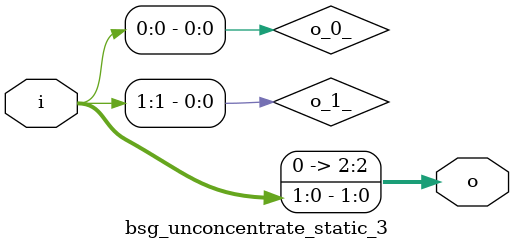
<source format=v>

module bsg_unconcentrate_static_3
(
  i,
  o
);

  input [1:0] i;
  output [2:0] o;
  wire [2:0] o;
  wire o_1_,o_0_;
  assign o[2] = 1'b0;
  assign o_1_ = i[1];
  assign o[1] = o_1_;
  assign o_0_ = i[0];
  assign o[0] = o_0_;

endmodule
</source>
